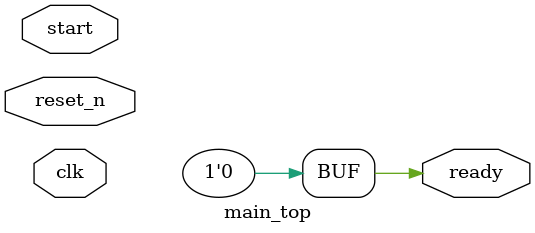
<source format=sv>
module main_top #(
  parameter int SRAM_ADDRESS_WIDTH = 7, // 32x32 (128 values) 
  parameter int SRAM_DATA_WIDTH    = 64 // One row contains 64 bits (8 bytes) of elements
)(
  input  logic clk,
  input  logic reset_n,
  input  logic start,
  output logic ready
);

  // ===================================
  // Internal variables 
  // ===================================
  logic [SRAM_ADDRESS_WIDTH-1:0] read_address;
  logic [SRAM_DATA_WIDTH-1:0]    read_data;
  logic                          read_enable;
  logic                          read_valid;

  logic [SRAM_ADDRESS_WIDTH-1:0] write_address;
  logic [SRAM_DATA_WIDTH-1:0]    write_data;
  logic                          write_enable;

  logic [19:0] conv_results [0:4]; //The Convolution output can use 20-bits values to deal with the overflow, and we will truncate(clamp) the value back to an 8-bit signed value at the end
  logic [7:0]  conv_results_trunc [0:4];
  
  // ===================================
  // FSM State
  // ===================================
  typedef enum logic { IDLE, PROCESSING } main_fsm_t;
  main_fsm_t main_fsm, main_fsm_next;

  always_ff @(posedge clk or negedge reset_n) begin
    if(~reset_n) main_fsm <= IDLE;
    else         main_fsm <= main_fsm_next;
  end
  always_comb begin  
    case(main_fsm)
      IDLE       : main_fsm_next = start ? PROCESSING : IDLE;
      PROCESSING : main_fsm_next = ready ? IDLE : PROCESSING;
      default    : main_fsm_next = IDLE;
    endcase
  end

  // ====================================
  // SRAM Reading
  // ====================================
  logic [SRAM_ADDRESS_WIDTH-1:0] addr_counter_reg_next;
  logic [SRAM_ADDRESS_WIDTH-1:0] addr_counter_reg;

  always_comb begin
    if      (main_fsm == IDLE       && start      ) addr_counter_reg_next = '0;
    else if (main_fsm == PROCESSING && read_enable) addr_counter_reg_next = addr_counter_reg + 8;
    else                                            addr_counter_reg_next = addr_counter_reg;
  end
  always_ff @(posedge clk or negedge reset_n) begin
    if(~reset_n) addr_counter_reg <= '0;
    else         addr_counter_reg <= addr_counter_reg_next;
  end

  assign read_enable  = (main_fsm == PROCESSING);
  assign ready        = ((main_fsm == PROCESSING) && (addr_counter_reg == 'h408));
  assign read_address = addr_counter_reg;

  // ====================================
  // SRAM Instances
  // ====================================
  sram1r1w #(
    .ADDR_WIDTH(SRAM_ADDRESS_WIDTH), 
    .DATA_WIDTH(SRAM_DATA_WIDTH)
    ) u_sram (
    .clk          (clk         ), 
    .reset_n      (reset_n     ),
    .read_address (read_address), 
    .read_enable  (read_enable ),
    .read_data    (read_data   ), 
    .read_valid   (read_valid  ),
    .write_address('0          ), 
    .write_data   ('0          ), 
    .write_enable ('0          )
  );

  sram1w #(
    .ADDR_WIDTH(SRAM_ADDRESS_WIDTH), 
    .DATA_WIDTH(SRAM_DATA_WIDTH)
    ) u_sram_results (
    .clk          (clk          ), 
    .reset_n      (reset_n      ),
    .read_address ('0           ), 
    .read_enable  ('0           ),
    .read_data    (             ), 
    .read_valid   (             ),
    .write_address(write_address), 
    .write_data   (write_data   ), 
    .write_enable (write_enable )
  );

  // ===================================
  // Kernel Storage
  // ===================================
  logic [7:0] kernel [0:3][0:3];
  logic [1:0] row_reg_next; //counter
  logic [1:0] row_reg;      //counter

  always_comb begin
    if    (read_valid && (row_reg < 2)) row_reg_next =row_reg + 1; 
    else                                row_reg_next =row_reg;
  end
  always_ff @(posedge clk or negedge reset_n) begin
    if (~reset_n) row_reg <= '0;
    else          row_reg <= row_reg_next;
  end

  always_ff @(posedge clk or negedge reset_n) begin
    if (~reset_n) begin
      for (int r = 0; r < 4; r++) 
        for (int c = 0; c < 4; c++) 
          kernel[r][c] <= '0;
    end else if (read_valid && row_reg < 2) begin
      case (row_reg)
        2'd0: begin
          kernel[0][0] <= read_data[7:0];   kernel[0][1] <= read_data[15:8];
          kernel[0][2] <= read_data[23:16]; kernel[0][3] <= read_data[31:24];
          kernel[1][0] <= read_data[39:32]; kernel[1][1] <= read_data[47:40];
          kernel[1][2] <= read_data[55:48]; kernel[1][3] <= read_data[63:56];
        end
        2'd1: begin
          kernel[2][0] <= read_data[7:0];   kernel[2][1] <= read_data[15:8];
          kernel[2][2] <= read_data[23:16]; kernel[2][3] <= read_data[31:24];
          kernel[3][0] <= read_data[39:32]; kernel[3][1] <= read_data[47:40];
          kernel[3][2] <= read_data[55:48]; kernel[3][3] <= read_data[63:56];
        end
      endcase
    end
  end

  // ===================================
  // Sliding Line Buffers
  // ===================================
  logic [7:0] line1 [0:7];
  logic [7:0] line2 [0:7];
  logic [7:0] line3 [0:7];
  logic [7:0] line4 [0:7];

  always_ff @(posedge clk or negedge reset_n) begin
    if (~reset_n) begin
      for (int i = 0; i < 8; i++) begin
        line1[i] <= '0; 
        line2[i] <= '0; 
        line3[i] <= '0; 
        line4[i] <= '0;
      end
    end else if (read_valid && read_address >= 'h18) begin
      // Shift lines upward and insert new line at bottom
      for (int i = 0; i < 8; i++) begin
        line1[i] <= line2[i];
        line2[i] <= line3[i];
        line3[i] <= line4[i];
        line4[i] <= read_data[(8*i)+:8];
      end
    end
  end

  // ===================================
  // Immediate line1 change detection
  // ===================================
  logic  [7:0] line1_prev [0:7];
  logic line1_changed_comb;

  always_comb begin
    line1_changed_comb = 1'b0;
    for (int i = 0; i < 8; i++) begin
      if (line1[i] != line1_prev[i]) line1_changed_comb = 1'b1;
    end
  end

  always_ff @(posedge clk or negedge reset_n) begin
    if (~reset_n) for (int i = 0; i < 8; i++) line1_prev[i] <= '0;
    else          for (int i = 0; i < 8; i++) line1_prev[i] <= line1[i];
  end

  // ===================================
  // Convolution + Truncation
  // ===================================
  always_comb begin
    for (int w = 0; w < 5; w++) begin
      conv_results[w] = 0;
      if (addr_counter_reg >= 'h18) begin
        for (int r = 0; r < 4; r++) begin
          for (int c = 0; c < 4; c++) begin
            case (r)
              0: conv_results[w] += kernel[r][c] * line1[w+c];
              1: conv_results[w] += kernel[r][c] * line2[w+c];
              2: conv_results[w] += kernel[r][c] * line3[w+c];
              3: conv_results[w] += kernel[r][c] * line4[w+c];
            endcase
          end
        end
      end
      conv_results_trunc[w] = conv_results[w][7:0];
    end
  end

  // ===================================
  // Write to second SRAM immediately when line1 changes
  // ===================================
  always_ff @(posedge clk or negedge reset_n) begin
    if (~reset_n) begin
      write_enable  <= '0;
      write_address <= '0;
      write_data    <= '0;
    end else if (line1_changed_comb || (line1[0]==='h7F)) begin
      write_enable  <= 1'b1;
      write_address <= write_address + 1;
      write_data    <= {conv_results_trunc[4], conv_results_trunc[3],
                        conv_results_trunc[2], conv_results_trunc[1],
                        conv_results_trunc[0], 24'b0};
    //TODO: Need to pad 3 lines 
    end else begin
      write_enable <= 1'b0;
    end
  end

endmodule

</source>
